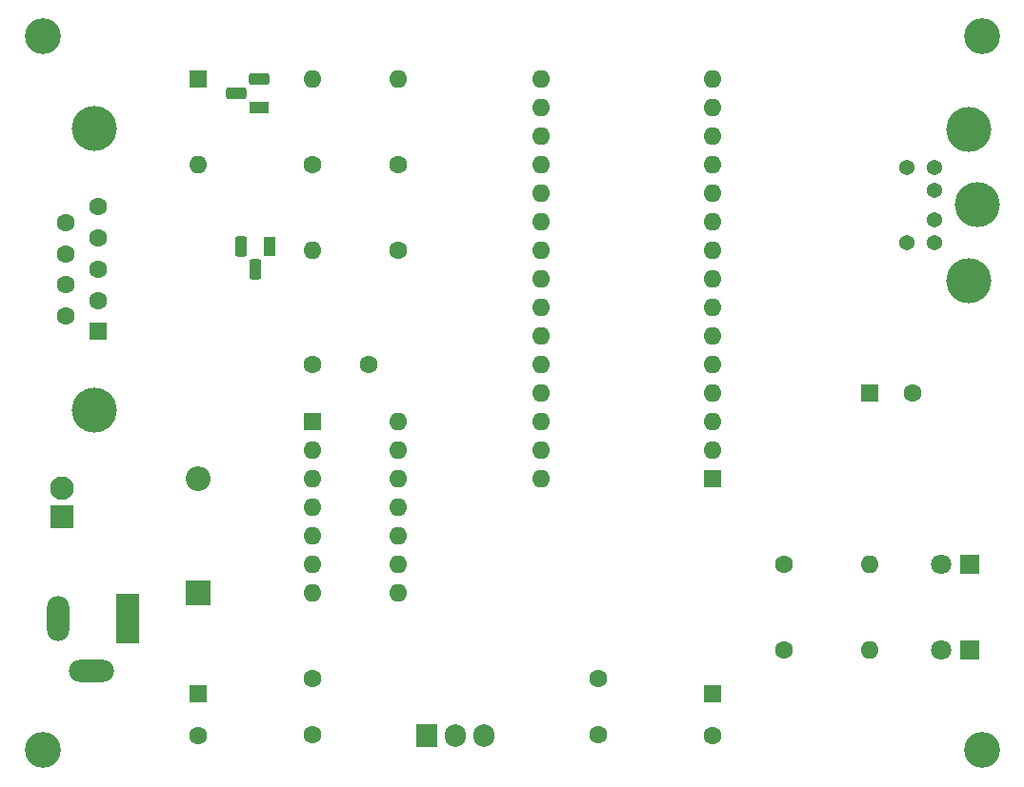
<source format=gbr>
%TF.GenerationSoftware,KiCad,Pcbnew,7.0.6*%
%TF.CreationDate,2023-08-29T13:31:27+02:00*%
%TF.ProjectId,ps2_mouse_to_serial_port_adapter_stand_alone,7073325f-6d6f-4757-9365-5f746f5f7365,rev?*%
%TF.SameCoordinates,Original*%
%TF.FileFunction,Soldermask,Bot*%
%TF.FilePolarity,Negative*%
%FSLAX46Y46*%
G04 Gerber Fmt 4.6, Leading zero omitted, Abs format (unit mm)*
G04 Created by KiCad (PCBNEW 7.0.6) date 2023-08-29 13:31:27*
%MOMM*%
%LPD*%
G01*
G04 APERTURE LIST*
G04 Aperture macros list*
%AMRoundRect*
0 Rectangle with rounded corners*
0 $1 Rounding radius*
0 $2 $3 $4 $5 $6 $7 $8 $9 X,Y pos of 4 corners*
0 Add a 4 corners polygon primitive as box body*
4,1,4,$2,$3,$4,$5,$6,$7,$8,$9,$2,$3,0*
0 Add four circle primitives for the rounded corners*
1,1,$1+$1,$2,$3*
1,1,$1+$1,$4,$5*
1,1,$1+$1,$6,$7*
1,1,$1+$1,$8,$9*
0 Add four rect primitives between the rounded corners*
20,1,$1+$1,$2,$3,$4,$5,0*
20,1,$1+$1,$4,$5,$6,$7,0*
20,1,$1+$1,$6,$7,$8,$9,0*
20,1,$1+$1,$8,$9,$2,$3,0*%
G04 Aperture macros list end*
%ADD10R,1.600000X1.600000*%
%ADD11C,1.600000*%
%ADD12R,2.200000X2.200000*%
%ADD13O,2.200000X2.200000*%
%ADD14R,1.800000X1.800000*%
%ADD15C,1.800000*%
%ADD16O,1.600000X1.600000*%
%ADD17R,1.800000X1.100000*%
%ADD18RoundRect,0.275000X0.625000X-0.275000X0.625000X0.275000X-0.625000X0.275000X-0.625000X-0.275000X0*%
%ADD19C,4.000000*%
%ADD20C,3.200000*%
%ADD21R,1.100000X1.800000*%
%ADD22RoundRect,0.275000X0.275000X0.625000X-0.275000X0.625000X-0.275000X-0.625000X0.275000X-0.625000X0*%
%ADD23R,1.905000X2.000000*%
%ADD24O,1.905000X2.000000*%
%ADD25C,1.371600*%
%ADD26C,4.000500*%
%ADD27R,2.000000X4.500000*%
%ADD28O,2.000000X4.000000*%
%ADD29O,4.000000X2.000000*%
%ADD30R,2.100000X2.100000*%
%ADD31C,2.100000*%
G04 APERTURE END LIST*
D10*
%TO.C,C5*%
X85640000Y-75650000D03*
D11*
X85640000Y-79450000D03*
%TD*%
D12*
%TO.C,D2*%
X39920000Y-66750000D03*
D13*
X39920000Y-56590000D03*
%TD*%
D14*
%TO.C,D4*%
X108500000Y-71830000D03*
D15*
X105960000Y-71830000D03*
%TD*%
D10*
%TO.C,U1*%
X50080000Y-51510000D03*
D16*
X50080000Y-54050000D03*
X50080000Y-56590000D03*
X50080000Y-59130000D03*
X50080000Y-61670000D03*
X50080000Y-64210000D03*
X50080000Y-66750000D03*
X57700000Y-66750000D03*
X57700000Y-64210000D03*
X57700000Y-61670000D03*
X57700000Y-59130000D03*
X57700000Y-56590000D03*
X57700000Y-54050000D03*
X57700000Y-51510000D03*
%TD*%
D10*
%TO.C,D1*%
X39920000Y-21030000D03*
D16*
X39920000Y-28650000D03*
%TD*%
D11*
%TO.C,R1*%
X57700000Y-28650000D03*
D16*
X57700000Y-21030000D03*
%TD*%
D11*
%TO.C,C3*%
X50080000Y-74370000D03*
X50080000Y-79370000D03*
%TD*%
%TO.C,R2*%
X50080000Y-28650000D03*
D16*
X50080000Y-21030000D03*
%TD*%
D14*
%TO.C,D3*%
X108500000Y-64210000D03*
D15*
X105960000Y-64210000D03*
%TD*%
D17*
%TO.C,U2*%
X45400000Y-23570000D03*
D18*
X43330000Y-22300000D03*
X45400000Y-21030000D03*
%TD*%
D11*
%TO.C,R3*%
X57700000Y-36270000D03*
D16*
X50080000Y-36270000D03*
%TD*%
D11*
%TO.C,R4*%
X91990000Y-64210000D03*
D16*
X99610000Y-64210000D03*
%TD*%
D11*
%TO.C,C4*%
X75480000Y-74370000D03*
X75480000Y-79370000D03*
%TD*%
D19*
%TO.C,J2*%
X30734000Y-25419000D03*
X30734000Y-50419000D03*
D10*
X31034000Y-43459000D03*
D11*
X31034000Y-40689000D03*
X31034000Y-37919000D03*
X31034000Y-35149000D03*
X31034000Y-32379000D03*
X28194000Y-42074000D03*
X28194000Y-39304000D03*
X28194000Y-36534000D03*
X28194000Y-33764000D03*
%TD*%
D20*
%TO.C,H2*%
X109610000Y-17220000D03*
%TD*%
D21*
%TO.C,Q1*%
X46270000Y-35870000D03*
D22*
X45000000Y-37940000D03*
X43730000Y-35870000D03*
%TD*%
D10*
%TO.C,A1*%
X85640000Y-56590000D03*
D16*
X85640000Y-54050000D03*
X85640000Y-51510000D03*
X85640000Y-48970000D03*
X85640000Y-46430000D03*
X85640000Y-43890000D03*
X85640000Y-41350000D03*
X85640000Y-38810000D03*
X85640000Y-36270000D03*
X85640000Y-33730000D03*
X85640000Y-31190000D03*
X85640000Y-28650000D03*
X85640000Y-26110000D03*
X85640000Y-23570000D03*
X85640000Y-21030000D03*
X70400000Y-21030000D03*
X70400000Y-23570000D03*
X70400000Y-26110000D03*
X70400000Y-28650000D03*
X70400000Y-31190000D03*
X70400000Y-33730000D03*
X70400000Y-36270000D03*
X70400000Y-38810000D03*
X70400000Y-41350000D03*
X70400000Y-43890000D03*
X70400000Y-46430000D03*
X70400000Y-48970000D03*
X70400000Y-51510000D03*
X70400000Y-54050000D03*
X70400000Y-56590000D03*
%TD*%
D11*
%TO.C,R5*%
X91990000Y-71830000D03*
D16*
X99610000Y-71830000D03*
%TD*%
D23*
%TO.C,U3*%
X60240000Y-79450000D03*
D24*
X62780000Y-79450000D03*
X65320000Y-79450000D03*
%TD*%
D25*
%TO.C,J3*%
X105410000Y-30909260D03*
X105410000Y-33510220D03*
X105410000Y-28859480D03*
X105410000Y-35560000D03*
X102918260Y-28859480D03*
X102918260Y-35560000D03*
D26*
X108409740Y-25450800D03*
X109220000Y-32209740D03*
X108409740Y-38968680D03*
%TD*%
D20*
%TO.C,H1*%
X26110000Y-17220000D03*
%TD*%
D27*
%TO.C,J1*%
X33680000Y-68960000D03*
D28*
X27480000Y-68960000D03*
D29*
X30480000Y-73660000D03*
%TD*%
D10*
%TO.C,C2*%
X39920000Y-75650000D03*
D11*
X39920000Y-79450000D03*
%TD*%
D10*
%TO.C,C1*%
X99620000Y-48970000D03*
D11*
X103420000Y-48970000D03*
%TD*%
D30*
%TO.C,SW1*%
X27813000Y-59944000D03*
D31*
X27813000Y-57404000D03*
%TD*%
D11*
%TO.C,C6*%
X55080000Y-46430000D03*
X50080000Y-46430000D03*
%TD*%
D20*
%TO.C,H4*%
X109610000Y-80720000D03*
%TD*%
%TO.C,H3*%
X26110000Y-80720000D03*
%TD*%
M02*

</source>
